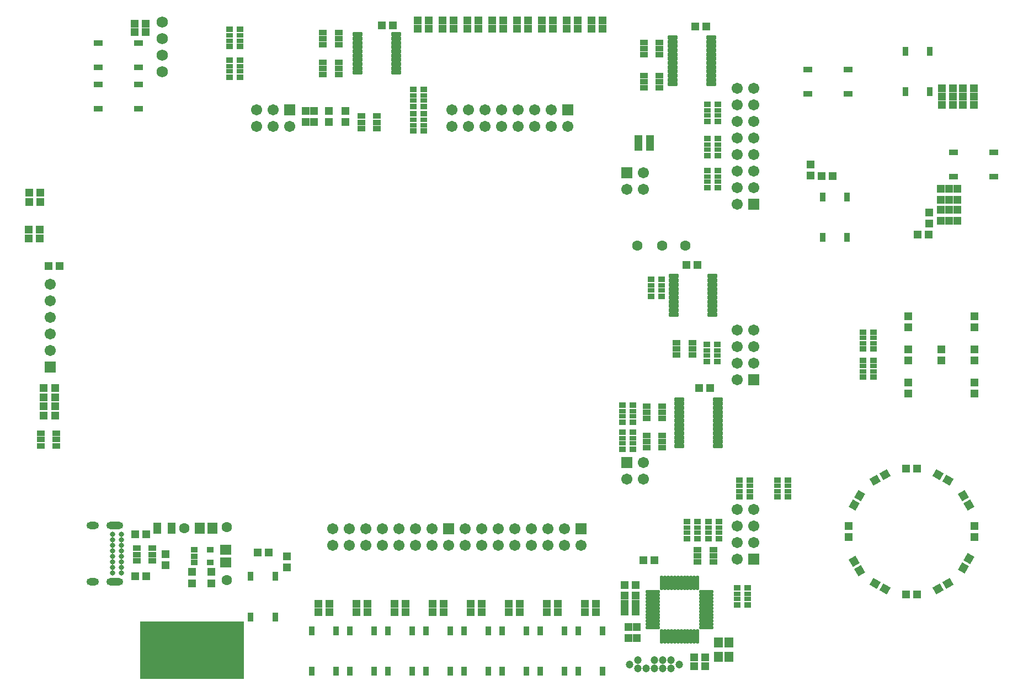
<source format=gts>
G04*
G04 #@! TF.GenerationSoftware,Altium Limited,Altium Designer,19.1.8 (144)*
G04*
G04 Layer_Color=8388736*
%FSLAX25Y25*%
%MOIN*%
G70*
G01*
G75*
%ADD51R,0.62992X0.35100*%
%ADD52C,0.04737*%
%ADD53R,0.05524X0.06312*%
G04:AMPARAMS|DCode=54|XSize=25.72mil|YSize=63.12mil|CornerRadius=5.95mil|HoleSize=0mil|Usage=FLASHONLY|Rotation=90.000|XOffset=0mil|YOffset=0mil|HoleType=Round|Shape=RoundedRectangle|*
%AMROUNDEDRECTD54*
21,1,0.02572,0.05122,0,0,90.0*
21,1,0.01382,0.06312,0,0,90.0*
1,1,0.01190,0.02561,0.00691*
1,1,0.01190,0.02561,-0.00691*
1,1,0.01190,-0.02561,-0.00691*
1,1,0.01190,-0.02561,0.00691*
%
%ADD54ROUNDEDRECTD54*%
%ADD55R,0.04737X0.06706*%
%ADD56O,0.09068X0.01981*%
%ADD57O,0.01981X0.09068*%
%ADD58R,0.05524X0.03800*%
%ADD59R,0.04343X0.03359*%
%ADD60R,0.06706X0.05918*%
%ADD61R,0.03800X0.05524*%
%ADD62R,0.04737X0.05131*%
%ADD63R,0.05131X0.03359*%
%ADD64R,0.04147X0.03359*%
%ADD65R,0.04147X0.02572*%
%ADD66R,0.05131X0.04737*%
G04:AMPARAMS|DCode=67|XSize=51.31mil|YSize=47.37mil|CornerRadius=0mil|HoleSize=0mil|Usage=FLASHONLY|Rotation=210.000|XOffset=0mil|YOffset=0mil|HoleType=Round|Shape=Rectangle|*
%AMROTATEDRECTD67*
4,1,4,0.01037,0.03334,0.03406,-0.00769,-0.01037,-0.03334,-0.03406,0.00769,0.01037,0.03334,0.0*
%
%ADD67ROTATEDRECTD67*%

G04:AMPARAMS|DCode=68|XSize=51.31mil|YSize=47.37mil|CornerRadius=0mil|HoleSize=0mil|Usage=FLASHONLY|Rotation=240.000|XOffset=0mil|YOffset=0mil|HoleType=Round|Shape=Rectangle|*
%AMROTATEDRECTD68*
4,1,4,-0.00769,0.03406,0.03334,0.01037,0.00769,-0.03406,-0.03334,-0.01037,-0.00769,0.03406,0.0*
%
%ADD68ROTATEDRECTD68*%

G04:AMPARAMS|DCode=69|XSize=51.31mil|YSize=47.37mil|CornerRadius=0mil|HoleSize=0mil|Usage=FLASHONLY|Rotation=300.000|XOffset=0mil|YOffset=0mil|HoleType=Round|Shape=Rectangle|*
%AMROTATEDRECTD69*
4,1,4,-0.03334,0.01037,0.00769,0.03406,0.03334,-0.01037,-0.00769,-0.03406,-0.03334,0.01037,0.0*
%
%ADD69ROTATEDRECTD69*%

G04:AMPARAMS|DCode=70|XSize=51.31mil|YSize=47.37mil|CornerRadius=0mil|HoleSize=0mil|Usage=FLASHONLY|Rotation=330.000|XOffset=0mil|YOffset=0mil|HoleType=Round|Shape=Rectangle|*
%AMROTATEDRECTD70*
4,1,4,-0.03406,-0.00769,-0.01037,0.03334,0.03406,0.00769,0.01037,-0.03334,-0.03406,-0.00769,0.0*
%
%ADD70ROTATEDRECTD70*%

%ADD71R,0.05918X0.06706*%
%ADD72O,0.07493X0.04343*%
%ADD73O,0.10249X0.04343*%
%ADD74O,0.03359X0.03241*%
%ADD75C,0.06706*%
%ADD76R,0.06706X0.06706*%
%ADD77C,0.06800*%
%ADD78R,0.06706X0.06706*%
%ADD79C,0.06706*%
%ADD80C,0.06312*%
%ADD81C,0.08674*%
%ADD82C,0.02769*%
D51*
X52342Y19470D02*
D03*
D52*
X341842Y8496D02*
D03*
X336842D02*
D03*
X331842D02*
D03*
X326842D02*
D03*
X321842D02*
D03*
X331842Y13496D02*
D03*
X336842D02*
D03*
X341842D02*
D03*
X321842D02*
D03*
X316842Y10996D02*
D03*
X346842D02*
D03*
D53*
X370292Y24327D02*
D03*
X376591D02*
D03*
Y15665D02*
D03*
X370292D02*
D03*
D54*
X343528Y245412D02*
D03*
Y242853D02*
D03*
Y240294D02*
D03*
Y237735D02*
D03*
Y235175D02*
D03*
Y232616D02*
D03*
Y230057D02*
D03*
Y227498D02*
D03*
Y224939D02*
D03*
Y222380D02*
D03*
X366756Y245412D02*
D03*
Y242853D02*
D03*
Y240294D02*
D03*
Y237735D02*
D03*
Y235175D02*
D03*
Y232616D02*
D03*
Y230057D02*
D03*
Y227498D02*
D03*
Y224939D02*
D03*
Y222380D02*
D03*
X346728Y171071D02*
D03*
Y168512D02*
D03*
Y165953D02*
D03*
Y163394D02*
D03*
Y160835D02*
D03*
Y158275D02*
D03*
Y155717D02*
D03*
Y153157D02*
D03*
Y150598D02*
D03*
Y148039D02*
D03*
Y145480D02*
D03*
Y142921D02*
D03*
X369956Y171071D02*
D03*
Y168512D02*
D03*
Y165953D02*
D03*
Y163394D02*
D03*
Y160835D02*
D03*
Y158275D02*
D03*
Y155717D02*
D03*
Y153157D02*
D03*
Y150598D02*
D03*
Y148039D02*
D03*
Y145480D02*
D03*
Y142921D02*
D03*
X365956Y361476D02*
D03*
Y364035D02*
D03*
Y366595D02*
D03*
Y369153D02*
D03*
Y371713D02*
D03*
Y374272D02*
D03*
Y376831D02*
D03*
Y379390D02*
D03*
Y381949D02*
D03*
Y384508D02*
D03*
Y387067D02*
D03*
Y389626D02*
D03*
X342728Y361476D02*
D03*
Y364035D02*
D03*
Y366595D02*
D03*
Y369153D02*
D03*
Y371713D02*
D03*
Y374272D02*
D03*
Y376831D02*
D03*
Y379390D02*
D03*
Y381949D02*
D03*
Y384508D02*
D03*
Y387067D02*
D03*
Y389626D02*
D03*
X152428Y391512D02*
D03*
Y388953D02*
D03*
Y386394D02*
D03*
Y383835D02*
D03*
Y381276D02*
D03*
Y378716D02*
D03*
Y376157D02*
D03*
Y373598D02*
D03*
Y371039D02*
D03*
Y368480D02*
D03*
X175656Y391512D02*
D03*
Y388953D02*
D03*
Y386394D02*
D03*
Y383835D02*
D03*
Y381276D02*
D03*
Y378716D02*
D03*
Y376157D02*
D03*
Y373598D02*
D03*
Y371039D02*
D03*
Y368480D02*
D03*
D55*
X40072Y93396D02*
D03*
X31411D02*
D03*
D56*
X330800Y54823D02*
D03*
Y52854D02*
D03*
Y50886D02*
D03*
Y48917D02*
D03*
Y46949D02*
D03*
Y44980D02*
D03*
Y43012D02*
D03*
Y41043D02*
D03*
Y39075D02*
D03*
Y37106D02*
D03*
Y35138D02*
D03*
Y33169D02*
D03*
X363084D02*
D03*
Y35138D02*
D03*
Y37106D02*
D03*
Y39075D02*
D03*
Y41043D02*
D03*
Y43012D02*
D03*
Y44980D02*
D03*
Y46949D02*
D03*
Y48917D02*
D03*
Y50886D02*
D03*
Y52854D02*
D03*
Y54823D02*
D03*
D57*
X336115Y27854D02*
D03*
X338084D02*
D03*
X340052D02*
D03*
X342021D02*
D03*
X343989D02*
D03*
X345957D02*
D03*
X347926D02*
D03*
X349894D02*
D03*
X351863D02*
D03*
X353832D02*
D03*
X355800D02*
D03*
X357769D02*
D03*
Y60138D02*
D03*
X355800D02*
D03*
X353832D02*
D03*
X351863D02*
D03*
X349894D02*
D03*
X347926D02*
D03*
X345957D02*
D03*
X343989D02*
D03*
X342021D02*
D03*
X340052D02*
D03*
X338084D02*
D03*
X336115D02*
D03*
D58*
X-4263Y361283D02*
D03*
Y346520D02*
D03*
X20146D02*
D03*
Y361283D02*
D03*
Y386378D02*
D03*
Y371614D02*
D03*
X-4263D02*
D03*
Y386378D02*
D03*
X424395Y355614D02*
D03*
Y370378D02*
D03*
X448804D02*
D03*
Y355614D02*
D03*
X536804Y320378D02*
D03*
Y305614D02*
D03*
X512395D02*
D03*
Y320378D02*
D03*
D59*
X53832Y80136D02*
D03*
Y76396D02*
D03*
Y72656D02*
D03*
X63281D02*
D03*
Y80136D02*
D03*
D60*
X72742Y80136D02*
D03*
Y72656D02*
D03*
D61*
X483217Y356791D02*
D03*
X497981D02*
D03*
Y381201D02*
D03*
X483217D02*
D03*
X447981Y268791D02*
D03*
X433217D02*
D03*
Y293201D02*
D03*
X447981D02*
D03*
X139324Y6791D02*
D03*
X124560D02*
D03*
Y31201D02*
D03*
X139324D02*
D03*
X162324Y6791D02*
D03*
X147560D02*
D03*
Y31201D02*
D03*
X162324D02*
D03*
X185324Y6791D02*
D03*
X170560D02*
D03*
Y31201D02*
D03*
X185324D02*
D03*
X208324Y6791D02*
D03*
X193560D02*
D03*
Y31201D02*
D03*
X208324D02*
D03*
X231324Y6791D02*
D03*
X216560D02*
D03*
Y31201D02*
D03*
X231324D02*
D03*
X254324Y6791D02*
D03*
X239560D02*
D03*
Y31201D02*
D03*
X254324D02*
D03*
X277324Y6791D02*
D03*
X262560D02*
D03*
Y31201D02*
D03*
X277324D02*
D03*
X300324Y6791D02*
D03*
X285560D02*
D03*
Y31201D02*
D03*
X300324D02*
D03*
X102624Y39691D02*
D03*
X87860D02*
D03*
Y64101D02*
D03*
X102624D02*
D03*
D62*
X509599Y291650D02*
D03*
Y298342D02*
D03*
X135142Y345342D02*
D03*
Y338650D02*
D03*
X504599Y298342D02*
D03*
Y291650D02*
D03*
X505099Y194650D02*
D03*
Y201342D02*
D03*
X485099Y221342D02*
D03*
Y214650D02*
D03*
X525099Y174650D02*
D03*
Y181342D02*
D03*
Y221342D02*
D03*
Y214650D02*
D03*
X485099Y174650D02*
D03*
Y181342D02*
D03*
Y201342D02*
D03*
Y194650D02*
D03*
X525099D02*
D03*
Y201342D02*
D03*
X449099Y94442D02*
D03*
Y87749D02*
D03*
X525099Y87749D02*
D03*
Y94442D02*
D03*
X320942Y33524D02*
D03*
Y26831D02*
D03*
X315942D02*
D03*
Y33524D02*
D03*
X64057Y66742D02*
D03*
Y60049D02*
D03*
X36442Y70950D02*
D03*
Y77642D02*
D03*
X120942Y338650D02*
D03*
Y345342D02*
D03*
X497599Y277150D02*
D03*
Y283842D02*
D03*
X514599Y291650D02*
D03*
Y298342D02*
D03*
X504599Y285524D02*
D03*
Y278831D02*
D03*
X509599Y285524D02*
D03*
Y278831D02*
D03*
X514599Y285524D02*
D03*
Y278831D02*
D03*
X426099Y306150D02*
D03*
Y312842D02*
D03*
X52442Y66742D02*
D03*
Y60049D02*
D03*
X125942Y338650D02*
D03*
Y345342D02*
D03*
X109742Y76242D02*
D03*
Y69550D02*
D03*
X145142Y338650D02*
D03*
Y345342D02*
D03*
D63*
X-29576Y150540D02*
D03*
Y146800D02*
D03*
Y143060D02*
D03*
X-39024D02*
D03*
Y146800D02*
D03*
X-39024Y150540D02*
D03*
X336366Y167052D02*
D03*
Y163312D02*
D03*
Y159572D02*
D03*
X326917D02*
D03*
Y163312D02*
D03*
Y167052D02*
D03*
X326917Y149236D02*
D03*
Y145496D02*
D03*
Y141756D02*
D03*
X336366D02*
D03*
Y145496D02*
D03*
Y149236D02*
D03*
X334666Y386636D02*
D03*
Y382896D02*
D03*
Y379156D02*
D03*
X325217D02*
D03*
Y382896D02*
D03*
Y386636D02*
D03*
X345170Y205353D02*
D03*
Y201613D02*
D03*
Y197873D02*
D03*
X354619D02*
D03*
Y201613D02*
D03*
Y205353D02*
D03*
X367266Y80336D02*
D03*
Y76596D02*
D03*
Y72856D02*
D03*
X357817D02*
D03*
Y76596D02*
D03*
Y80336D02*
D03*
X19017Y81136D02*
D03*
Y77396D02*
D03*
Y73656D02*
D03*
X28466D02*
D03*
Y77396D02*
D03*
Y81136D02*
D03*
X334666Y366736D02*
D03*
Y362996D02*
D03*
Y359256D02*
D03*
X325217D02*
D03*
Y362996D02*
D03*
Y366736D02*
D03*
X131517Y374736D02*
D03*
Y370996D02*
D03*
Y367256D02*
D03*
X140966D02*
D03*
Y370996D02*
D03*
Y374736D02*
D03*
Y392736D02*
D03*
Y388996D02*
D03*
Y385256D02*
D03*
X131517D02*
D03*
Y388996D02*
D03*
Y392736D02*
D03*
X154717Y342136D02*
D03*
Y338396D02*
D03*
Y334656D02*
D03*
X164166D02*
D03*
Y338396D02*
D03*
Y342136D02*
D03*
D64*
X382952Y122318D02*
D03*
Y112082D02*
D03*
X389251Y122318D02*
D03*
Y112082D02*
D03*
X192491Y333178D02*
D03*
Y343414D02*
D03*
X186192Y333178D02*
D03*
Y343414D02*
D03*
Y358114D02*
D03*
Y347878D02*
D03*
X192491Y358114D02*
D03*
Y347878D02*
D03*
X81410Y384187D02*
D03*
Y394424D02*
D03*
X75110Y384187D02*
D03*
Y394424D02*
D03*
X75110Y375867D02*
D03*
Y365631D02*
D03*
X81409Y375867D02*
D03*
Y365631D02*
D03*
X318591Y157378D02*
D03*
Y167614D02*
D03*
X312292Y157378D02*
D03*
Y167614D02*
D03*
Y151114D02*
D03*
Y140878D02*
D03*
X318591Y151114D02*
D03*
Y140878D02*
D03*
X369991Y298878D02*
D03*
Y309114D02*
D03*
X363692Y298878D02*
D03*
Y309114D02*
D03*
X329792Y243614D02*
D03*
Y233378D02*
D03*
X336091Y243614D02*
D03*
Y233378D02*
D03*
X369591Y193878D02*
D03*
Y204114D02*
D03*
X363292Y193878D02*
D03*
Y204114D02*
D03*
X351392Y97114D02*
D03*
Y86878D02*
D03*
X357691Y97114D02*
D03*
Y86878D02*
D03*
X369991Y318378D02*
D03*
Y328614D02*
D03*
X363692Y318378D02*
D03*
Y328614D02*
D03*
X406150Y122318D02*
D03*
Y112082D02*
D03*
X412450Y122318D02*
D03*
Y112082D02*
D03*
X387950Y46882D02*
D03*
Y57118D02*
D03*
X381650Y46882D02*
D03*
Y57118D02*
D03*
X457750Y211713D02*
D03*
Y201477D02*
D03*
X464049Y211713D02*
D03*
Y201477D02*
D03*
Y184477D02*
D03*
Y194713D02*
D03*
X457750Y184477D02*
D03*
Y194713D02*
D03*
X363692Y349114D02*
D03*
Y338878D02*
D03*
X369991Y349114D02*
D03*
Y338878D02*
D03*
X370645Y86896D02*
D03*
Y97132D02*
D03*
X364346Y86896D02*
D03*
Y97132D02*
D03*
D65*
X382952Y118775D02*
D03*
Y115625D02*
D03*
X389251Y118775D02*
D03*
Y115625D02*
D03*
X192491Y336721D02*
D03*
Y339871D02*
D03*
X186192Y336721D02*
D03*
Y339871D02*
D03*
Y354571D02*
D03*
Y351421D02*
D03*
X192491Y354571D02*
D03*
Y351421D02*
D03*
X81410Y387731D02*
D03*
Y390880D02*
D03*
X75110Y387731D02*
D03*
Y390880D02*
D03*
X75110Y372323D02*
D03*
Y369174D02*
D03*
X81409Y372323D02*
D03*
Y369174D02*
D03*
X318591Y160921D02*
D03*
Y164071D02*
D03*
X312292Y160921D02*
D03*
Y164071D02*
D03*
Y147571D02*
D03*
Y144421D02*
D03*
X318591Y147571D02*
D03*
Y144421D02*
D03*
X369991Y302421D02*
D03*
Y305571D02*
D03*
X363692Y302421D02*
D03*
Y305571D02*
D03*
X329792Y240071D02*
D03*
Y236921D02*
D03*
X336091Y240071D02*
D03*
Y236921D02*
D03*
X369591Y197421D02*
D03*
Y200571D02*
D03*
X363292Y197421D02*
D03*
Y200571D02*
D03*
X351392Y93571D02*
D03*
Y90421D02*
D03*
X357691Y93571D02*
D03*
Y90421D02*
D03*
X369991Y321921D02*
D03*
Y325071D02*
D03*
X363692Y321921D02*
D03*
Y325071D02*
D03*
X406150Y118775D02*
D03*
Y115625D02*
D03*
X412450Y118775D02*
D03*
X412450Y115625D02*
D03*
X387950Y50425D02*
D03*
Y53575D02*
D03*
X381650Y50425D02*
D03*
Y53575D02*
D03*
X457750Y208170D02*
D03*
Y205020D02*
D03*
X464049Y208170D02*
D03*
Y205020D02*
D03*
Y188020D02*
D03*
Y191170D02*
D03*
X457750Y188020D02*
D03*
Y191170D02*
D03*
X363692Y345571D02*
D03*
Y342421D02*
D03*
X369991Y345571D02*
D03*
Y342421D02*
D03*
X370645Y90439D02*
D03*
Y93589D02*
D03*
X364346Y90439D02*
D03*
Y93589D02*
D03*
D66*
X-39654Y268100D02*
D03*
X-46346D02*
D03*
X-45846Y290216D02*
D03*
X-39154D02*
D03*
X320346Y42800D02*
D03*
X313653D02*
D03*
X-30454Y161400D02*
D03*
X-37146D02*
D03*
Y166900D02*
D03*
X-30454D02*
D03*
X-37146Y172400D02*
D03*
X-30454D02*
D03*
X-37146Y177900D02*
D03*
X-30454D02*
D03*
X313653Y52600D02*
D03*
X320346D02*
D03*
X-39154Y295996D02*
D03*
X-45846D02*
D03*
X296288Y47417D02*
D03*
X289595D02*
D03*
X266595Y47496D02*
D03*
X273288D02*
D03*
X250288D02*
D03*
X243595D02*
D03*
X220595D02*
D03*
X227288D02*
D03*
X197595D02*
D03*
X204288D02*
D03*
X181288D02*
D03*
X174595D02*
D03*
X151595D02*
D03*
X158288D02*
D03*
X135288D02*
D03*
X128595D02*
D03*
X98588Y78581D02*
D03*
X91895D02*
D03*
X511946Y348996D02*
D03*
X505253D02*
D03*
X300442Y399894D02*
D03*
X293749D02*
D03*
X278749D02*
D03*
X285442D02*
D03*
X270442D02*
D03*
X263749D02*
D03*
X248749D02*
D03*
X255442D02*
D03*
X240442D02*
D03*
X233749D02*
D03*
X218749D02*
D03*
X225442D02*
D03*
X210442D02*
D03*
X203749D02*
D03*
X188749D02*
D03*
X195442D02*
D03*
X483753Y129096D02*
D03*
X490446D02*
D03*
X490446Y53096D02*
D03*
X483753D02*
D03*
X-39654Y273600D02*
D03*
X-46346D02*
D03*
X-27654Y251500D02*
D03*
X-34346D02*
D03*
X358695Y177796D02*
D03*
X365388D02*
D03*
X363088Y396396D02*
D03*
X356395D02*
D03*
X351095Y252096D02*
D03*
X357788D02*
D03*
X166906Y396996D02*
D03*
X173599D02*
D03*
X313653Y58796D02*
D03*
X320346D02*
D03*
X362288Y15096D02*
D03*
X355595D02*
D03*
X313653Y47700D02*
D03*
X320346Y47700D02*
D03*
X331747Y73956D02*
D03*
X325054D02*
D03*
X511946Y353996D02*
D03*
X505253D02*
D03*
X439446Y305996D02*
D03*
X432753D02*
D03*
X505253Y358996D02*
D03*
X511946D02*
D03*
X497446Y270496D02*
D03*
X490753D02*
D03*
X518072Y348996D02*
D03*
X524765D02*
D03*
X518072Y353996D02*
D03*
X524765D02*
D03*
X518072Y358996D02*
D03*
X524765D02*
D03*
X362288Y9996D02*
D03*
X355595D02*
D03*
X24588Y64396D02*
D03*
X17895D02*
D03*
X24588Y89609D02*
D03*
X17895D02*
D03*
X24288Y397996D02*
D03*
X17595D02*
D03*
X24288Y392996D02*
D03*
X17595D02*
D03*
X135288Y42496D02*
D03*
X128595D02*
D03*
X158288D02*
D03*
X151595D02*
D03*
X181288D02*
D03*
X174595D02*
D03*
X204288D02*
D03*
X197595D02*
D03*
X227288D02*
D03*
X220595D02*
D03*
X250288D02*
D03*
X243595D02*
D03*
X273288D02*
D03*
X266595D02*
D03*
X296288D02*
D03*
X289595D02*
D03*
X188749Y394895D02*
D03*
X195442D02*
D03*
X203749D02*
D03*
X210442D02*
D03*
X218749D02*
D03*
X225442D02*
D03*
X233749D02*
D03*
X240442D02*
D03*
X248749D02*
D03*
X255442D02*
D03*
X263749D02*
D03*
X270442D02*
D03*
X278749D02*
D03*
X285442D02*
D03*
X293749D02*
D03*
X300442D02*
D03*
X328888Y328396D02*
D03*
X322195D02*
D03*
X328888Y323496D02*
D03*
X322195D02*
D03*
D67*
X470997Y125678D02*
D03*
X465201Y122332D02*
D03*
X503201Y56514D02*
D03*
X508997Y59860D02*
D03*
D68*
X452517Y107198D02*
D03*
X455864Y112994D02*
D03*
X521681Y74994D02*
D03*
X518335Y69198D02*
D03*
D69*
X455864Y67598D02*
D03*
X452517Y73394D02*
D03*
X518335Y112994D02*
D03*
X521681Y107198D02*
D03*
D70*
X465201Y59860D02*
D03*
X470997Y56514D02*
D03*
X508997Y122332D02*
D03*
X503201Y125678D02*
D03*
D71*
X57102Y93396D02*
D03*
X64582D02*
D03*
D72*
X-7577Y94924D02*
D03*
Y60868D02*
D03*
D73*
X5730D02*
D03*
Y94924D02*
D03*
D74*
X4274Y89609D02*
D03*
Y86262D02*
D03*
Y82916D02*
D03*
Y79569D02*
D03*
Y76223D02*
D03*
Y72876D02*
D03*
Y69530D02*
D03*
Y66183D02*
D03*
X9588D02*
D03*
Y69530D02*
D03*
Y72876D02*
D03*
Y76223D02*
D03*
Y79569D02*
D03*
Y82916D02*
D03*
Y86262D02*
D03*
Y89609D02*
D03*
D75*
X91442Y335996D02*
D03*
Y345996D02*
D03*
X101442Y335996D02*
D03*
Y345996D02*
D03*
X111442Y335996D02*
D03*
X324942Y297996D02*
D03*
X314942D02*
D03*
X324942Y307996D02*
D03*
X381599Y74496D02*
D03*
X391599Y84496D02*
D03*
X381599D02*
D03*
X391599Y94496D02*
D03*
X381599D02*
D03*
X391599Y104496D02*
D03*
X381599D02*
D03*
X391599Y328996D02*
D03*
X381599D02*
D03*
Y318996D02*
D03*
X391599D02*
D03*
X381599Y308996D02*
D03*
X391599D02*
D03*
X381599Y298996D02*
D03*
X391599D02*
D03*
X381599Y288996D02*
D03*
X-33433Y200496D02*
D03*
Y210496D02*
D03*
Y220496D02*
D03*
Y230496D02*
D03*
Y240496D02*
D03*
X324942Y132996D02*
D03*
X314942Y122996D02*
D03*
X324942D02*
D03*
X381599Y212996D02*
D03*
X391599D02*
D03*
X381599Y202996D02*
D03*
X391599D02*
D03*
X381599Y192996D02*
D03*
X391599D02*
D03*
X381599Y182996D02*
D03*
X247442Y92996D02*
D03*
Y82996D02*
D03*
X257442D02*
D03*
Y92996D02*
D03*
X267442Y82996D02*
D03*
Y92996D02*
D03*
X277442Y82996D02*
D03*
Y92996D02*
D03*
X287442Y82996D02*
D03*
X207442D02*
D03*
X197442Y92996D02*
D03*
Y82996D02*
D03*
X187442Y92996D02*
D03*
Y82996D02*
D03*
X177442Y92996D02*
D03*
Y82996D02*
D03*
X167442D02*
D03*
Y92996D02*
D03*
X239442Y345996D02*
D03*
Y335996D02*
D03*
X249442D02*
D03*
Y345996D02*
D03*
X259442Y335996D02*
D03*
Y345996D02*
D03*
X269442Y335996D02*
D03*
Y345996D02*
D03*
X279442Y335996D02*
D03*
D76*
X111442Y345996D02*
D03*
X287442Y92996D02*
D03*
X207442D02*
D03*
X279442Y345996D02*
D03*
D77*
X34442Y398996D02*
D03*
Y388996D02*
D03*
Y378996D02*
D03*
Y368996D02*
D03*
D78*
X314942Y307996D02*
D03*
X391599Y74496D02*
D03*
Y288996D02*
D03*
X-33433Y190496D02*
D03*
X314942Y132996D02*
D03*
X391599Y182996D02*
D03*
D79*
X381599Y358996D02*
D03*
X391599D02*
D03*
X381599Y338996D02*
D03*
X391599D02*
D03*
Y348996D02*
D03*
X381599D02*
D03*
X217442Y82996D02*
D03*
Y92996D02*
D03*
X237442Y82996D02*
D03*
Y92996D02*
D03*
X227442D02*
D03*
Y82996D02*
D03*
X147442D02*
D03*
Y92996D02*
D03*
X157442D02*
D03*
Y82996D02*
D03*
X137442Y92996D02*
D03*
Y82996D02*
D03*
X209442Y335996D02*
D03*
Y345996D02*
D03*
X229442Y335996D02*
D03*
Y345996D02*
D03*
X219442D02*
D03*
Y335996D02*
D03*
D80*
X47742Y93396D02*
D03*
X73242Y61896D02*
D03*
Y93896D02*
D03*
X350233Y264000D02*
D03*
X321442D02*
D03*
X336442D02*
D03*
D81*
X52342Y18496D02*
D03*
D82*
X336842Y13496D02*
D03*
X321768D02*
D03*
X331842Y13495D02*
D03*
X341842Y13496D02*
D03*
X321850Y8505D02*
D03*
M02*

</source>
